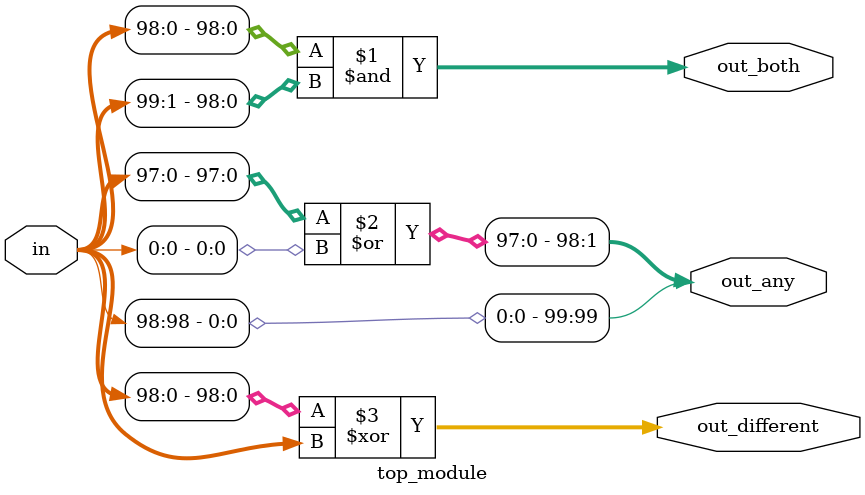
<source format=sv>
module top_module (
    input [99:0] in,
    output [98:0] out_both,
    output [99:1] out_any,
    output [99:0] out_different
);

    assign out_both = in[98:0] & in[99:1];
    
    assign out_any = {in[98], in[97:0] | in[0]};
    
    assign out_different = in[98:0] ^ {in[99], in[98:0]};

endmodule

</source>
